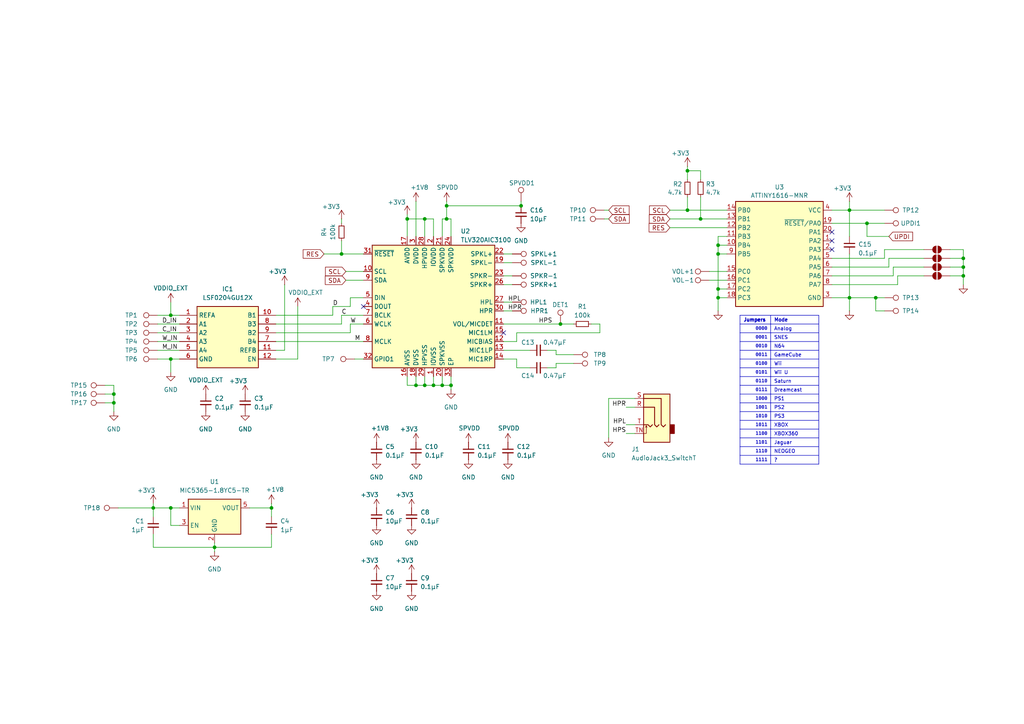
<source format=kicad_sch>
(kicad_sch (version 20240812) (generator "eeschema") (generator_version "8.99")
  (paper "A4")
  (lib_symbols
    (symbol "Audio:TLV320AIC3100"
      (property "Reference" "U1" (at 7.2741 22.86 0))
      (property "Value" "TLV320AIC3100" (at 7.2741 20.32 0))
      (symbol "TLV320AIC3100_0_1"
        (rectangle (start -17.78 17.78) (end 17.78 -17.78) (stroke (width 0.254)) (fill (type background)))
      )
      (symbol "TLV320AIC3100_1_1"
        (pin input line (at -20.32 15.24 0) (length 2.54) (name "~{RESET}") (number "31"))
        (pin input line (at -20.32 10.16 0) (length 2.54) (name "SCL") (number "10"))
        (pin bidirectional line (at -20.32 7.62 0) (length 2.54) (name "SDA") (number "9"))
        (pin input line (at -20.32 2.54 0) (length 2.54) (name "DIN") (number "5"))
        (pin output line (at -20.32 0 0) (length 2.54) (name "DOUT") (number "4"))
        (pin bidirectional line (at -20.32 -2.54 0) (length 2.54) (name "BCLK") (number "7"))
        (pin bidirectional line (at -20.32 -5.08 0) (length 2.54) (name "WCLK") (number "6"))
        (pin input line (at -20.32 -10.16 0) (length 2.54) (name "MCLK") (number "8"))
        (pin bidirectional line (at -20.32 -15.24 0) (length 2.54) (name "GPIO1") (number "32"))
        (pin power_in line (at -7.62 20.32 270) (length 2.54) (name "AVDD") (number "17"))
        (pin power_in line (at -7.62 -20.32 90) (length 2.54) (name "AVSS") (number "16"))
        (pin power_in line (at -5.08 20.32 270) (length 2.54) (name "DVDD") (number "3"))
        (pin power_in line (at -5.08 -20.32 90) (length 2.54) (name "DVSS") (number "18"))
        (pin power_in line (at -2.54 20.32 270) (length 2.54) (name "HPVDD") (number "28"))
        (pin power_in line (at -2.54 -20.32 90) (length 2.54) (name "HPVSS") (number "29"))
        (pin power_in line (at 0 20.32 270) (length 2.54) (name "IOVDD") (number "2"))
        (pin power_in line (at 0 -20.32 90) (length 2.54) (name "IOVSS") (number "1"))
        (pin power_in line (at 2.54 20.32 270) (length 2.54) (name "SPKVDD") (number "21"))
        (pin power_in line (at 2.54 -20.32 90) (length 2.54) (name "SPKVSS") (number "20"))
        (pin passive line (at 2.54 -20.32 90) (length 2.54) hide (name "SPKVSS") (number "25"))
        (pin power_in line (at 5.08 20.32 270) (length 2.54) (name "SPKVDD") (number "24"))
        (pin power_in line (at 5.08 -20.32 90) (length 2.54) (name "EP") (number "33"))
        (pin output line (at 20.32 15.24 180) (length 2.54) (name "SPKL+") (number "22"))
        (pin output line (at 20.32 12.7 180) (length 2.54) (name "SPKL-") (number "19"))
        (pin passive line (at 20.32 8.89 180) (length 2.54) (name "SPKR-") (number "23"))
        (pin passive line (at 20.32 6.35 180) (length 2.54) (name "SPKR+") (number "26"))
        (pin output line (at 20.32 1.27 180) (length 2.54) (name "HPL") (number "27"))
        (pin output line (at 20.32 -1.27 180) (length 2.54) (name "HPR") (number "30"))
        (pin input line (at 20.32 -5.08 180) (length 2.54) (name "VOL/MICDET") (number "11"))
        (pin input line (at 20.32 -7.62 180) (length 2.54) (name "MIC1LM") (number "15"))
        (pin power_out line (at 20.32 -10.16 180) (length 2.54) (name "MICBIAS") (number "12"))
        (pin input line (at 20.32 -12.7 180) (length 2.54) (name "MIC1LP") (number "13"))
        (pin input line (at 20.32 -15.24 180) (length 2.54) (name "MIC1RP") (number "14"))
      )
    )
    (symbol "Connector:TestPoint" (pin_numbers hide) (pin_names (offset 0.762) hide)
      (property "Reference" "TP" (at 0 6.858 0))
      (property "Value" "TestPoint" (at 0 5.08 0))
      (symbol "TestPoint_0_1"
        (circle (center 0 3.302) (radius 0.762))
      )
      (symbol "TestPoint_1_1"
        (pin passive line (at 0 0 90) (length 2.54) (name "1") (number "1"))
      )
    )
    (symbol "Connector_Audio:AudioJack3_SwitchT"
      (property "Reference" "J" (at 0 8.89 0))
      (property "Value" "AudioJack3_SwitchT" (at 0 6.35 0))
      (symbol "AudioJack3_SwitchT_0_1"
        (rectangle (start -5.08 -5.08) (end -6.35 -7.62) (stroke (width 0.254)) (fill (type outline)))
        (polyline (pts (xy -1.905 -5.08) (xy -1.27 -5.715) (xy -0.635 -5.08) (xy -0.635 0) (xy 2.54 0)) (stroke (width 0.254)))
        (polyline (pts (xy 0 -5.08) (xy 0.635 -5.715) (xy 1.27 -5.08) (xy 2.54 -5.08)) (stroke (width 0.254)))
        (polyline (pts (xy 1.778 -5.334) (xy 2.032 -5.842)))
        (rectangle (start 2.54 3.81) (end -5.08 -10.16) (stroke (width 0.254)) (fill (type background)))
        (polyline (pts (xy 2.54 2.54) (xy -2.54 2.54) (xy -2.54 -5.08) (xy -3.175 -5.715) (xy -3.81 -5.08)) (stroke (width 0.254)))
        (polyline (pts (xy 2.54 -7.62) (xy 1.778 -7.62) (xy 1.778 -5.334) (xy 1.524 -5.842)))
      )
      (symbol "AudioJack3_SwitchT_1_1"
        (pin passive line (at 5.08 2.54 180) (length 2.54) (name "~") (number "S"))
        (pin passive line (at 5.08 0 180) (length 2.54) (name "~") (number "R"))
        (pin passive line (at 5.08 -5.08 180) (length 2.54) (name "~") (number "T"))
        (pin passive line (at 5.08 -7.62 180) (length 2.54) (name "~") (number "TN"))
      )
    )
    (symbol "Device:C_Small" (pin_numbers hide) (pin_names (offset 0.254) hide)
      (property "Reference" "C" (at 0.254 1.778 0))
      (property "Value" "C_Small" (at 0.254 -2.032 0))
      (symbol "C_Small_0_1"
        (polyline (pts (xy -1.524 0.508) (xy 1.524 0.508)) (stroke (width 0.3048)))
        (polyline (pts (xy -1.524 -0.508) (xy 1.524 -0.508)) (stroke (width 0.3302)))
      )
      (symbol "C_Small_1_1"
        (pin passive line (at 0 2.54 270) (length 2.032) (name "~") (number "1"))
        (pin passive line (at 0 -2.54 90) (length 2.032) (name "~") (number "2"))
      )
    )
    (symbol "Device:R_Small" (pin_numbers hide) (pin_names (offset 0.254) hide)
      (property "Reference" "R" (at 0.762 0.508 0))
      (property "Value" "R_Small" (at 0.762 -1.016 0))
      (symbol "R_Small_0_1"
        (rectangle (start -0.762 1.778) (end 0.762 -1.778) (stroke (width 0.2032)))
      )
      (symbol "R_Small_1_1"
        (pin passive line (at 0 2.54 270) (length 0.762) (name "~") (number "1"))
        (pin passive line (at 0 -2.54 90) (length 0.762) (name "~") (number "2"))
      )
    )
    (symbol "Jumper:SolderJumper_2_Open" (pin_numbers hide) (pin_names (offset 0) hide) (exclude_from_sim yes) (in_bom no)
      (property "Reference" "JP" (at 0 2.032 0))
      (property "Value" "SolderJumper_2_Open" (at 0 -2.54 0))
      (symbol "SolderJumper_2_Open_0_1"
        (polyline (pts (xy -0.254 1.016) (xy -0.254 -1.016)))
        (arc (start -0.254 -1.016) (mid -1.2656 0) (end -0.254 1.016) (fill (type outline)))
        (arc (start -0.254 -1.016) (mid -1.2656 0) (end -0.254 1.016))
        (arc (start 0.254 1.016) (mid 1.2656 0) (end 0.254 -1.016) (fill (type outline)))
        (arc (start 0.254 1.016) (mid 1.2656 0) (end 0.254 -1.016))
        (polyline (pts (xy 0.254 1.016) (xy 0.254 -1.016)))
      )
      (symbol "SolderJumper_2_Open_1_1"
        (pin passive line (at -3.81 0 0) (length 2.54) (name "A") (number "1"))
        (pin passive line (at 3.81 0 180) (length 2.54) (name "B") (number "2"))
      )
    )
    (symbol "MCU_Microchip_ATtiny:ATtiny1616-M"
      (property "Reference" "U2" (at -12.7 11.43 0))
      (property "Value" "ATtiny1616-M" (at -1.27 11.43 0))
      (symbol "ATtiny1616-M_0_1"
        (rectangle (start -12.7 10.16) (end 12.7 -20.32) (stroke (width 0.254)) (fill (type background)))
      )
      (symbol "ATtiny1616-M_1_1"
        (pin bidirectional line (at -15.24 7.62 0) (length 2.54) (name "PB0") (number "14"))
        (pin bidirectional line (at -15.24 5.08 0) (length 2.54) (name "PB1") (number "13"))
        (pin bidirectional line (at -15.24 2.54 0) (length 2.54) (name "PB2") (number "12"))
        (pin bidirectional line (at -15.24 0 0) (length 2.54) (name "PB3") (number "11"))
        (pin bidirectional line (at -15.24 -2.54 0) (length 2.54) (name "PB4") (number "10"))
        (pin bidirectional line (at -15.24 -5.08 0) (length 2.54) (name "PB5") (number "9"))
        (pin bidirectional line (at -15.24 -10.16 0) (length 2.54) (name "PC0") (number "15"))
        (pin bidirectional line (at -15.24 -12.7 0) (length 2.54) (name "PC1") (number "16"))
        (pin bidirectional line (at -15.24 -15.24 0) (length 2.54) (name "PC2") (number "17"))
        (pin bidirectional line (at -15.24 -17.78 0) (length 2.54) (name "PC3") (number "18"))
        (pin power_in line (at 15.24 7.62 180) (length 2.54) (name "VCC") (number "4"))
        (pin bidirectional line (at 15.24 3.81 180) (length 2.54) (name "~{RESET}/PA0") (number "19"))
        (pin bidirectional line (at 15.24 1.27 180) (length 2.54) (name "PA1") (number "20"))
        (pin bidirectional line (at 15.24 -1.27 180) (length 2.54) (name "PA2") (number "1"))
        (pin bidirectional line (at 15.24 -3.81 180) (length 2.54) (name "PA3") (number "2"))
        (pin bidirectional line (at 15.24 -6.35 180) (length 2.54) (name "PA4") (number "5"))
        (pin bidirectional line (at 15.24 -8.89 180) (length 2.54) (name "PA5") (number "6"))
        (pin bidirectional line (at 15.24 -11.43 180) (length 2.54) (name "PA6") (number "7"))
        (pin bidirectional line (at 15.24 -13.97 180) (length 2.54) (name "PA7") (number "8"))
        (pin passive line (at 15.24 -17.78 180) (length 2.54) hide (name "GND") (number "21"))
        (pin power_in line (at 15.24 -17.78 180) (length 2.54) (name "GND") (number "3"))
      )
    )
    (symbol "Regulator_Linear:MIC5365-3.3YC5"
      (property "Reference" "U" (at -6.35 6.35 0))
      (property "Value" "MIC5365-3.3YC5" (at 0 6.35 0))
      (symbol "MIC5365-3.3YC5_0_1"
        (rectangle (start -7.62 -5.08) (end 7.62 5.08) (stroke (width 0.254)) (fill (type background)))
      )
      (symbol "MIC5365-3.3YC5_1_1"
        (pin power_in line (at -10.16 2.54 0) (length 2.54) (name "VIN") (number "1"))
        (pin input line (at -10.16 -2.54 0) (length 2.54) (name "EN") (number "3"))
        (pin power_in line (at 0 -7.62 90) (length 2.54) (name "GND") (number "2"))
        (pin no_connect line (at 7.62 -2.54 180) (length 2.54) hide (name "NC") (number "4"))
        (pin power_out line (at 10.16 2.54 180) (length 2.54) (name "VOUT") (number "5"))
      )
    )
    (symbol "SamacSys_Parts:LSF0204GU12X"
      (property "Reference" "IC1" (at 13.97 7.62 0))
      (property "Value" "LSF0204GU12X" (at 13.97 5.08 0))
      (symbol "LSF0204GU12X_1_1"
        (rectangle (start 5.08 2.54) (end 22.86 -15.24) (stroke (width 0.254)) (fill (type background)))
        (pin passive line (at 0 0 0) (length 5.08) (name "REFA") (number "1"))
        (pin passive line (at 0 -2.54 0) (length 5.08) (name "A1") (number "2"))
        (pin passive line (at 0 -5.08 0) (length 5.08) (name "A2") (number "3"))
        (pin passive line (at 0 -7.62 0) (length 5.08) (name "A3") (number "4"))
        (pin passive line (at 0 -10.16 0) (length 5.08) (name "A4") (number "5"))
        (pin passive line (at 0 -12.7 0) (length 5.08) (name "GND") (number "6"))
        (pin passive line (at 27.94 0 180) (length 5.08) (name "B1") (number "10"))
        (pin passive line (at 27.94 -2.54 180) (length 5.08) (name "B3") (number "8"))
        (pin passive line (at 27.94 -5.08 180) (length 5.08) (name "B2") (number "9"))
        (pin passive line (at 27.94 -7.62 180) (length 5.08) (name "B4") (number "7"))
        (pin passive line (at 27.94 -10.16 180) (length 5.08) (name "REFB") (number "11"))
        (pin passive line (at 27.94 -12.7 180) (length 5.08) (name "EN") (number "12"))
      )
    )
    (symbol "power:+1V8" (power) (pin_numbers hide) (pin_names (offset 0) hide)
      (property "Value" "+1V8" (at 0 3.556 0))
      (symbol "+1V8_0_1"
        (polyline (pts (xy -0.762 1.27) (xy 0 2.54)))
        (polyline (pts (xy 0 2.54) (xy 0.762 1.27)))
        (polyline (pts (xy 0 0) (xy 0 2.54)))
      )
      (symbol "+1V8_1_1"
        (pin power_in line (at 0 0 90) (length 0) (name "~") (number "1"))
      )
    )
    (symbol "power:+3V3" (power) (pin_numbers hide) (pin_names (offset 0) hide)
      (property "Value" "+3V3" (at 0 3.556 0))
      (symbol "+3V3_0_1"
        (polyline (pts (xy -0.762 1.27) (xy 0 2.54)))
        (polyline (pts (xy 0 2.54) (xy 0.762 1.27)))
        (polyline (pts (xy 0 0) (xy 0 2.54)))
      )
      (symbol "+3V3_1_1"
        (pin power_in line (at 0 0 90) (length 0) (name "~") (number "1"))
      )
    )
    (symbol "power:GND" (power) (pin_numbers hide) (pin_names (offset 0) hide)
      (property "Value" "GND" (at 0 -3.81 0))
      (symbol "GND_0_1"
        (polyline (pts (xy 0 0) (xy 0 -1.27) (xy 1.27 -1.27) (xy 0 -2.54) (xy -1.27 -1.27) (xy 0 -1.27)))
      )
      (symbol "GND_1_1"
        (pin power_in line (at 0 0 270) (length 0) (name "~") (number "1"))
      )
    )
  )
  (junction (at 123.19 63.5))
  (junction (at 78.74 147.32))
  (junction (at 123.19 111.76))
  (junction (at 279.4 77.47))
  (junction (at 129.54 63.5))
  (junction (at 33.02 114.3))
  (junction (at 279.4 80.01))
  (junction (at 44.45 147.32))
  (junction (at 49.53 147.32))
  (junction (at 208.28 83.82))
  (junction (at 208.28 86.36))
  (junction (at 118.11 63.5))
  (junction (at 246.38 86.36))
  (junction (at 208.28 71.12))
  (junction (at 151.13 59.69))
  (junction (at 49.53 91.44))
  (junction (at 199.39 60.96))
  (junction (at 279.4 74.93))
  (junction (at 128.27 111.76))
  (junction (at 62.23 158.75))
  (junction (at 203.2 63.5))
  (junction (at 49.53 104.14))
  (junction (at 162.56 93.98))
  (junction (at 129.54 59.69))
  (junction (at 251.46 64.77))
  (junction (at 120.65 111.76))
  (junction (at 125.73 111.76))
  (junction (at 208.28 73.66))
  (junction (at 130.81 111.76))
  (junction (at 254 86.36))
  (junction (at 199.39 49.53))
  (junction (at 33.02 116.84))
  (junction (at 246.38 60.96))
  (junction (at 99.06 73.66))
  (no_connect (at 146.05 96.52))
  (no_connect (at 105.41 88.9))
  (no_connect (at 241.3 69.85))
  (no_connect (at 241.3 72.39))
  (no_connect (at 241.3 67.31))
  (wire (pts (xy 34.29 147.32) (xy 44.45 147.32)))
  (wire (pts (xy 99.06 69.85) (xy 99.06 73.66)))
  (wire (pts (xy 118.11 109.22) (xy 118.11 111.76)))
  (wire (pts (xy 158.75 101.6) (xy 161.29 101.6)))
  (wire (pts (xy 158.75 106.68) (xy 161.29 106.68)))
  (wire (pts (xy 49.53 107.95) (xy 49.53 104.14)))
  (wire (pts (xy 254 90.17) (xy 256.54 90.17)))
  (wire (pts (xy 123.19 109.22) (xy 123.19 111.76)))
  (wire (pts (xy 129.54 59.69) (xy 151.13 59.69)))
  (wire (pts (xy 125.73 63.5) (xy 123.19 63.5)))
  (wire (pts (xy 129.54 59.69) (xy 129.54 63.5)))
  (wire (pts (xy 130.81 111.76) (xy 130.81 113.03)))
  (wire (pts (xy 80.01 101.6) (xy 82.55 101.6)))
  (wire (pts (xy 279.4 77.47) (xy 279.4 80.01)))
  (wire (pts (xy 208.28 73.66) (xy 208.28 83.82)))
  (wire (pts (xy 102.87 104.14) (xy 105.41 104.14)))
  (wire (pts (xy 120.65 58.42) (xy 120.65 68.58)))
  (wire (pts (xy 241.3 60.96) (xy 246.38 60.96)))
  (wire (pts (xy 49.53 147.32) (xy 49.53 152.4)))
  (wire (pts (xy 49.53 91.44) (xy 52.07 91.44)))
  (wire (pts (xy 149.86 104.14) (xy 149.86 106.68)))
  (wire (pts (xy 101.6 93.98) (xy 101.6 96.52)))
  (wire (pts (xy 279.4 72.39) (xy 279.4 74.93)))
  (wire (pts (xy 203.2 49.53) (xy 203.2 52.07)))
  (wire (pts (xy 246.38 86.36) (xy 254 86.36)))
  (wire (pts (xy 80.01 104.14) (xy 86.36 104.14)))
  (wire (pts (xy 149.86 96.52) (xy 149.86 99.06)))
  (wire (pts (xy 173.99 96.52) (xy 173.99 93.98)))
  (wire (pts (xy 208.28 86.36) (xy 208.28 90.17)))
  (wire (pts (xy 173.99 93.98) (xy 171.45 93.98)))
  (wire (pts (xy 33.02 116.84) (xy 33.02 114.3)))
  (wire (pts (xy 118.11 111.76) (xy 120.65 111.76)))
  (wire (pts (xy 33.02 114.3) (xy 33.02 111.76)))
  (wire (pts (xy 30.48 116.84) (xy 33.02 116.84)))
  (wire (pts (xy 45.72 104.14) (xy 49.53 104.14)))
  (wire (pts (xy 267.97 80.01) (xy 260.35 80.01)))
  (wire (pts (xy 181.61 118.11) (xy 184.15 118.11)))
  (wire (pts (xy 246.38 73.66) (xy 246.38 86.36)))
  (wire (pts (xy 33.02 119.38) (xy 33.02 116.84)))
  (wire (pts (xy 125.73 68.58) (xy 125.73 63.5)))
  (wire (pts (xy 181.61 125.73) (xy 184.15 125.73)))
  (wire (pts (xy 208.28 86.36) (xy 210.82 86.36)))
  (wire (pts (xy 208.28 71.12) (xy 210.82 71.12)))
  (wire (pts (xy 199.39 57.15) (xy 199.39 60.96)))
  (wire (pts (xy 210.82 83.82) (xy 208.28 83.82)))
  (wire (pts (xy 199.39 48.26) (xy 199.39 49.53)))
  (wire (pts (xy 120.65 111.76) (xy 123.19 111.76)))
  (wire (pts (xy 125.73 109.22) (xy 125.73 111.76)))
  (wire (pts (xy 49.53 104.14) (xy 52.07 104.14)))
  (wire (pts (xy 256.54 74.93) (xy 256.54 72.39)))
  (wire (pts (xy 78.74 147.32) (xy 78.74 149.86)))
  (wire (pts (xy 44.45 158.75) (xy 62.23 158.75)))
  (wire (pts (xy 208.28 73.66) (xy 210.82 73.66)))
  (wire (pts (xy 62.23 158.75) (xy 62.23 160.02)))
  (wire (pts (xy 146.05 93.98) (xy 162.56 93.98)))
  (wire (pts (xy 203.2 63.5) (xy 210.82 63.5)))
  (wire (pts (xy 208.28 83.82) (xy 208.28 86.36)))
  (wire (pts (xy 99.06 91.44) (xy 99.06 93.98)))
  (wire (pts (xy 44.45 154.94) (xy 44.45 158.75)))
  (wire (pts (xy 78.74 158.75) (xy 62.23 158.75)))
  (wire (pts (xy 146.05 104.14) (xy 149.86 104.14)))
  (wire (pts (xy 162.56 93.98) (xy 166.37 93.98)))
  (wire (pts (xy 148.59 90.17) (xy 146.05 90.17)))
  (wire (pts (xy 99.06 93.98) (xy 80.01 93.98)))
  (wire (pts (xy 194.31 66.04) (xy 210.82 66.04)))
  (wire (pts (xy 78.74 154.94) (xy 78.74 158.75)))
  (wire (pts (xy 99.06 63.5) (xy 99.06 64.77)))
  (wire (pts (xy 161.29 105.41) (xy 166.37 105.41)))
  (wire (pts (xy 279.4 74.93) (xy 275.59 74.93)))
  (wire (pts (xy 279.4 72.39) (xy 275.59 72.39)))
  (wire (pts (xy 78.74 146.05) (xy 78.74 147.32)))
  (wire (pts (xy 45.72 99.06) (xy 52.07 99.06)))
  (wire (pts (xy 100.33 81.28) (xy 105.41 81.28)))
  (wire (pts (xy 148.59 73.66) (xy 146.05 73.66)))
  (wire (pts (xy 99.06 73.66) (xy 105.41 73.66)))
  (wire (pts (xy 148.59 80.01) (xy 146.05 80.01)))
  (wire (pts (xy 62.23 158.75) (xy 62.23 157.48)))
  (wire (pts (xy 44.45 147.32) (xy 49.53 147.32)))
  (wire (pts (xy 251.46 64.77) (xy 256.54 64.77)))
  (wire (pts (xy 148.59 82.55) (xy 146.05 82.55)))
  (wire (pts (xy 257.81 74.93) (xy 257.81 77.47)))
  (wire (pts (xy 241.3 77.47) (xy 257.81 77.47)))
  (wire (pts (xy 130.81 63.5) (xy 129.54 63.5)))
  (wire (pts (xy 101.6 96.52) (xy 80.01 96.52)))
  (wire (pts (xy 161.29 106.68) (xy 161.29 105.41)))
  (wire (pts (xy 82.55 82.55) (xy 82.55 101.6)))
  (wire (pts (xy 210.82 68.58) (xy 208.28 68.58)))
  (wire (pts (xy 259.08 80.01) (xy 259.08 77.47)))
  (wire (pts (xy 44.45 146.05) (xy 44.45 147.32)))
  (wire (pts (xy 208.28 68.58) (xy 208.28 71.12)))
  (wire (pts (xy 146.05 101.6) (xy 153.67 101.6)))
  (wire (pts (xy 246.38 60.96) (xy 246.38 58.42)))
  (wire (pts (xy 279.4 80.01) (xy 279.4 82.55)))
  (wire (pts (xy 205.74 81.28) (xy 210.82 81.28)))
  (wire (pts (xy 161.29 101.6) (xy 161.29 102.87)))
  (wire (pts (xy 129.54 58.42) (xy 129.54 59.69)))
  (wire (pts (xy 45.72 93.98) (xy 52.07 93.98)))
  (wire (pts (xy 96.52 88.9) (xy 101.6 88.9)))
  (wire (pts (xy 45.72 101.6) (xy 52.07 101.6)))
  (wire (pts (xy 267.97 74.93) (xy 257.81 74.93)))
  (wire (pts (xy 246.38 86.36) (xy 246.38 90.17)))
  (wire (pts (xy 148.59 87.63) (xy 146.05 87.63)))
  (wire (pts (xy 279.4 74.93) (xy 279.4 77.47)))
  (wire (pts (xy 279.4 80.01) (xy 275.59 80.01)))
  (wire (pts (xy 257.81 68.58) (xy 251.46 68.58)))
  (wire (pts (xy 130.81 63.5) (xy 130.81 68.58)))
  (wire (pts (xy 80.01 99.06) (xy 105.41 99.06)))
  (wire (pts (xy 130.81 111.76) (xy 130.81 109.22)))
  (wire (pts (xy 101.6 88.9) (xy 101.6 86.36)))
  (wire (pts (xy 149.86 96.52) (xy 173.99 96.52)))
  (wire (pts (xy 72.39 147.32) (xy 78.74 147.32)))
  (wire (pts (xy 52.07 152.4) (xy 49.53 152.4)))
  (wire (pts (xy 208.28 71.12) (xy 208.28 73.66)))
  (wire (pts (xy 161.29 102.87) (xy 166.37 102.87)))
  (wire (pts (xy 176.53 127) (xy 176.53 115.57)))
  (wire (pts (xy 256.54 60.96) (xy 246.38 60.96)))
  (wire (pts (xy 175.26 63.5) (xy 176.53 63.5)))
  (wire (pts (xy 151.13 58.42) (xy 151.13 59.69)))
  (wire (pts (xy 123.19 111.76) (xy 125.73 111.76)))
  (wire (pts (xy 246.38 60.96) (xy 246.38 68.58)))
  (wire (pts (xy 86.36 88.9) (xy 86.36 104.14)))
  (wire (pts (xy 205.74 78.74) (xy 210.82 78.74)))
  (wire (pts (xy 203.2 57.15) (xy 203.2 63.5)))
  (wire (pts (xy 279.4 77.47) (xy 275.59 77.47)))
  (wire (pts (xy 128.27 109.22) (xy 128.27 111.76)))
  (wire (pts (xy 149.86 106.68) (xy 153.67 106.68)))
  (wire (pts (xy 123.19 63.5) (xy 118.11 63.5)))
  (wire (pts (xy 260.35 80.01) (xy 260.35 82.55)))
  (wire (pts (xy 45.72 96.52) (xy 52.07 96.52)))
  (wire (pts (xy 148.59 76.2) (xy 146.05 76.2)))
  (wire (pts (xy 125.73 111.76) (xy 128.27 111.76)))
  (wire (pts (xy 105.41 91.44) (xy 99.06 91.44)))
  (wire (pts (xy 199.39 52.07) (xy 199.39 49.53)))
  (wire (pts (xy 30.48 114.3) (xy 33.02 114.3)))
  (wire (pts (xy 259.08 77.47) (xy 267.97 77.47)))
  (wire (pts (xy 129.54 63.5) (xy 128.27 63.5)))
  (wire (pts (xy 100.33 78.74) (xy 105.41 78.74)))
  (wire (pts (xy 241.3 74.93) (xy 256.54 74.93)))
  (wire (pts (xy 118.11 62.23) (xy 118.11 63.5)))
  (wire (pts (xy 120.65 109.22) (xy 120.65 111.76)))
  (wire (pts (xy 256.54 72.39) (xy 267.97 72.39)))
  (wire (pts (xy 199.39 60.96) (xy 210.82 60.96)))
  (wire (pts (xy 175.26 60.96) (xy 176.53 60.96)))
  (wire (pts (xy 128.27 111.76) (xy 130.81 111.76)))
  (wire (pts (xy 260.35 82.55) (xy 241.3 82.55)))
  (wire (pts (xy 44.45 147.32) (xy 44.45 149.86)))
  (wire (pts (xy 146.05 99.06) (xy 149.86 99.06)))
  (wire (pts (xy 176.53 115.57) (xy 184.15 115.57)))
  (wire (pts (xy 251.46 68.58) (xy 251.46 64.77)))
  (wire (pts (xy 254 90.17) (xy 254 86.36)))
  (wire (pts (xy 194.31 60.96) (xy 199.39 60.96)))
  (wire (pts (xy 241.3 64.77) (xy 251.46 64.77)))
  (wire (pts (xy 241.3 86.36) (xy 246.38 86.36)))
  (wire (pts (xy 33.02 111.76) (xy 30.48 111.76)))
  (wire (pts (xy 194.31 63.5) (xy 203.2 63.5)))
  (wire (pts (xy 49.53 147.32) (xy 52.07 147.32)))
  (wire (pts (xy 199.39 49.53) (xy 203.2 49.53)))
  (wire (pts (xy 101.6 86.36) (xy 105.41 86.36)))
  (wire (pts (xy 241.3 80.01) (xy 259.08 80.01)))
  (wire (pts (xy 256.54 86.36) (xy 254 86.36)))
  (wire (pts (xy 93.98 73.66) (xy 99.06 73.66)))
  (wire (pts (xy 128.27 63.5) (xy 128.27 68.58)))
  (wire (pts (xy 49.53 87.63) (xy 49.53 91.44)))
  (wire (pts (xy 123.19 63.5) (xy 123.19 68.58)))
  (wire (pts (xy 96.52 91.44) (xy 96.52 88.9)))
  (wire (pts (xy 118.11 63.5) (xy 118.11 68.58)))
  (wire (pts (xy 96.52 91.44) (xy 80.01 91.44)))
  (wire (pts (xy 45.72 91.44) (xy 49.53 91.44)))
  (wire (pts (xy 105.41 93.98) (xy 101.6 93.98)))
  (wire (pts (xy 181.61 123.19) (xy 184.15 123.19)))
  (table (column_count 2) (border (external yes) (header yes)) (separators (rows yes) (cols yes)) (column_widths 8.89 13.97) (row_heights 2.54 2.54 2.54 2.54 2.54 2.54 2.54 2.54 2.54 2.54 2.54 2.54 2.54 2.54 2.54 2.54 2.54) (cells (table_cell "Jumpers" (at 214.63 91.44 0) (size 8.89 2.54) (margins 0.9525 0.9525 0.9525 0.9525) (span 1 1)) (table_cell "Mode" (at 223.52 91.44 0) (size 13.97 2.54) (margins 0.9525 0.9525 0.9525 0.9525) (span 1 1)) (table_cell "0000" (at 214.63 93.98 0) (size 8.89 2.54) (margins 0.9525 0.9525 0.9525 0.9525) (span 1 1)) (table_cell "Analog" (at 223.52 93.98 0) (size 13.97 2.54) (margins 0.9525 0.9525 0.9525 0.9525) (span 1 1)) (table_cell "0001" (at 214.63 96.52 0) (size 8.89 2.54) (margins 0.9525 0.9525 0.9525 0.9525) (span 1 1)) (table_cell "SNES" (at 223.52 96.52 0) (size 13.97 2.54) (margins 0.9525 0.9525 0.9525 0.9525) (span 1 1)) (table_cell "0010" (at 214.63 99.06 0) (size 8.89 2.54) (margins 0.9525 0.9525 0.9525 0.9525) (span 1 1)) (table_cell "N64" (at 223.52 99.06 0) (size 13.97 2.54) (margins 0.9525 0.9525 0.9525 0.9525) (span 1 1)) (table_cell "0011" (at 214.63 101.6 0) (size 8.89 2.54) (margins 0.9525 0.9525 0.9525 0.9525) (span 1 1)) (table_cell "GameCube" (at 223.52 101.6 0) (size 13.97 2.54) (margins 0.9525 0.9525 0.9525 0.9525) (span 1 1)) (table_cell "0100" (at 214.63 104.14 0) (size 8.89 2.54) (margins 0.9525 0.9525 0.9525 0.9525) (span 1 1)) (table_cell "Wii" (at 223.52 104.14 0) (size 13.97 2.54) (margins 0.9525 0.9525 0.9525 0.9525) (span 1 1)) (table_cell "0101" (at 214.63 106.68 0) (size 8.89 2.54) (margins 0.9525 0.9525 0.9525 0.9525) (span 1 1)) (table_cell "Wii U" (at 223.52 106.68 0) (size 13.97 2.54) (margins 0.9525 0.9525 0.9525 0.9525) (span 1 1)) (table_cell "0110" (at 214.63 109.22 0) (size 8.89 2.54) (margins 0.9525 0.9525 0.9525 0.9525) (span 1 1)) (table_cell "Saturn" (at 223.52 109.22 0) (size 13.97 2.54) (margins 0.9525 0.9525 0.9525 0.9525) (span 1 1)) (table_cell "0111" (at 214.63 111.76 0) (size 8.89 2.54) (margins 0.9525 0.9525 0.9525 0.9525) (span 1 1)) (table_cell "Dreamcast" (at 223.52 111.76 0) (size 13.97 2.54) (margins 0.9525 0.9525 0.9525 0.9525) (span 1 1)) (table_cell "1000" (at 214.63 114.3 0) (size 8.89 2.54) (margins 0.9525 0.9525 0.9525 0.9525) (span 1 1)) (table_cell "PS1" (at 223.52 114.3 0) (size 13.97 2.54) (margins 0.9525 0.9525 0.9525 0.9525) (span 1 1)) (table_cell "1001" (at 214.63 116.84 0) (size 8.89 2.54) (margins 0.9525 0.9525 0.9525 0.9525) (span 1 1)) (table_cell "PS2" (at 223.52 116.84 0) (size 13.97 2.54) (margins 0.9525 0.9525 0.9525 0.9525) (span 1 1)) (table_cell "1010" (at 214.63 119.38 0) (size 8.89 2.54) (margins 0.9525 0.9525 0.9525 0.9525) (span 1 1)) (table_cell "PS3" (at 223.52 119.38 0) (size 13.97 2.54) (margins 0.9525 0.9525 0.9525 0.9525) (span 1 1)) (table_cell "1011" (at 214.63 121.92 0) (size 8.89 2.54) (margins 0.9525 0.9525 0.9525 0.9525) (span 1 1)) (table_cell "XBOX" (at 223.52 121.92 0) (size 13.97 2.54) (margins 0.9525 0.9525 0.9525 0.9525) (span 1 1)) (table_cell "1100" (at 214.63 124.46 0) (size 8.89 2.54) (margins 0.9525 0.9525 0.9525 0.9525) (span 1 1)) (table_cell "XBOX360" (at 223.52 124.46 0) (size 13.97 2.54) (margins 0.9525 0.9525 0.9525 0.9525) (span 1 1)) (table_cell "1101" (at 214.63 127 0) (size 8.89 2.54) (margins 0.9525 0.9525 0.9525 0.9525) (span 1 1)) (table_cell "Jaguar" (at 223.52 127 0) (size 13.97 2.54) (margins 0.9525 0.9525 0.9525 0.9525) (span 1 1)) (table_cell "1110" (at 214.63 129.54 0) (size 8.89 2.54) (margins 0.9525 0.9525 0.9525 0.9525) (span 1 1)) (table_cell "NEOGEO" (at 223.52 129.54 0) (size 13.97 2.54) (margins 0.9525 0.9525 0.9525 0.9525) (span 1 1)) (table_cell "1111" (at 214.63 132.08 0) (size 8.89 2.54) (margins 0.9525 0.9525 0.9525 0.9525) (span 1 1)) (table_cell "?" (at 223.52 132.08 0) (size 13.97 2.54) (margins 0.9525 0.9525 0.9525 0.9525) (span 1 1))))
  (label "HPR" (at 147.32 90.17 0))
  (label "HPL" (at 181.61 123.19 180))
  (label "HPR" (at 181.61 118.11 180))
  (label "M" (at 102.87 99.06 0))
  (label "D" (at 96.52 88.9 0))
  (label "W_IN" (at 46.99 99.06 0))
  (label "W" (at 101.6 93.98 0))
  (label "C" (at 99.06 91.44 0))
  (label "HPS" (at 181.61 125.73 180))
  (label "M_IN" (at 46.99 101.6 0))
  (label "D_IN" (at 46.99 93.98 0))
  (label "HPS" (at 156.21 93.98 0))
  (label "C_IN" (at 46.99 96.52 0))
  (label "HPL" (at 147.32 87.63 0))
  (global_label "SCL" (shape input) (at 100.33 78.74 180) (property "Intersheetrefs" "${INTERSHEET_REFS}" (effects (hide yes))))
  (global_label "SDA" (shape input) (at 176.53 63.5 0) (property "Intersheetrefs" "${INTERSHEET_REFS}" (effects (hide yes))))
  (global_label "SCL" (shape input) (at 176.53 60.96 0) (property "Intersheetrefs" "${INTERSHEET_REFS}" (effects (hide yes))))
  (global_label "UPDI" (shape input) (at 257.81 68.58 0) (property "Intersheetrefs" "${INTERSHEET_REFS}" (effects (hide yes))))
  (global_label "RES" (shape input) (at 194.31 66.04 180) (property "Intersheetrefs" "${INTERSHEET_REFS}" (effects (hide yes))))
  (global_label "RES" (shape input) (at 93.98 73.66 180) (property "Intersheetrefs" "${INTERSHEET_REFS}" (effects (hide yes))))
  (global_label "SDA" (shape input) (at 100.33 81.28 180) (property "Intersheetrefs" "${INTERSHEET_REFS}" (effects (hide yes))))
  (global_label "SCL" (shape input) (at 194.31 60.96 180) (property "Intersheetrefs" "${INTERSHEET_REFS}" (effects (hide yes))))
  (global_label "SDA" (shape input) (at 194.31 63.5 180) (property "Intersheetrefs" "${INTERSHEET_REFS}" (effects (hide yes))))
  (symbol (lib_id "Connector:TestPoint") (at 30.48 114.3 90) (unit 1)
    (property "Reference" "TP16" (at 22.86 114.3 90))
    (property "Footprint" "SamacSys_Parts:pth_pad" (effects (hide yes)))
  )
  (symbol (lib_id "Connector:TestPoint") (at 45.72 96.52 90) (unit 1)
    (property "Reference" "TP3" (at 38.1 96.52 90))
    (property "Footprint" "SamacSys_Parts:pth_pad" (effects (hide yes)))
  )
  (symbol (lib_id "power:GND") (at 109.22 152.4 0) (unit 1)
    (property "Reference" "#PWR015" (effects (hide yes)))
    (property "Value" "GND" (at 109.22 157.48 0))
    (property "Description" "Power symbol creates a global label with name \"GND\" , ground" (effects (hide yes)))
  )
  (symbol (lib_id "Connector:TestPoint") (at 166.37 102.87 270) (unit 1)
    (property "Reference" "TP8" (at 173.99 102.87 90))
    (property "Footprint" "SamacSys_Parts:pth_pad" (effects (hide yes)))
  )
  (symbol (lib_id "Device:C_Small") (at 119.38 149.86 0) (mirror y) (unit 1)
    (property "Reference" "C8" (at 121.92 148.5962 0) (effects (justify right)))
    (property "Value" "0.1µF" (at 121.92 151.1362 0) (effects (justify right)))
    (property "Footprint" "Capacitor_SMD:C_0402_1005Metric" (effects (hide yes)))
    (property "Description" "Unpolarized capacitor, small symbol" (effects (hide yes)))
  )
  (symbol (lib_id "power:+3V3") (at 82.55 82.55 0) (unit 1)
    (property "Reference" "#PWR010" (effects (hide yes)))
    (property "Value" "+3V3" (at 80.518 78.74 0))
    (property "Description" "Power symbol creates a global label with name \"+3V3\"" (effects (hide yes)))
  )
  (symbol (lib_id "power:+1V8") (at 109.22 128.27 0) (unit 1)
    (property "Reference" "#PWR012" (effects (hide yes)))
    (property "Value" "+1V8" (at 110.236 124.206 0))
    (property "Description" "Power symbol creates a global label with name \"+1V8\"" (effects (hide yes)))
  )
  (symbol (lib_id "Device:R_Small") (at 203.2 54.61 0) (unit 1)
    (property "Reference" "R3" (at 204.6986 53.3978 0) (effects (justify left)))
    (property "Value" "4.7k" (at 204.6986 55.8221 0) (effects (justify left)))
    (property "Footprint" "Resistor_SMD:R_0402_1005Metric" (effects (hide yes)))
    (property "Description" "Resistor, small symbol" (effects (hide yes)))
  )
  (symbol (lib_id "Connector:TestPoint") (at 148.59 90.17 270) (unit 1)
    (property "Reference" "HPR1" (at 156.464 90.17 90))
    (property "Footprint" "SamacSys_Parts:pth_pad" (effects (hide yes)))
  )
  (symbol (lib_id "power:+3V3") (at 99.06 63.5 0) (unit 1)
    (property "Reference" "#PWR039" (effects (hide yes)))
    (property "Value" "+3V3" (at 96.012 59.944 0))
    (property "Description" "Power symbol creates a global label with name \"+3V3\"" (effects (hide yes)))
  )
  (symbol (lib_id "power:GND") (at 62.23 160.02 0) (unit 1)
    (property "Reference" "#PWR06" (effects (hide yes)))
    (property "Value" "GND" (at 62.23 165.1 0))
    (property "Description" "Power symbol creates a global label with name \"GND\" , ground" (effects (hide yes)))
  )
  (symbol (lib_id "Audio:TLV320AIC3100") (at 125.73 88.9 0) (unit 1)
    (property "Reference" "U2" (at 133.604 67.056 0) (effects (justify left)))
    (property "Value" "TLV320AIC3100" (at 133.604 69.596 0) (effects (justify left)))
    (property "Footprint" "Package_DFN_QFN:VQFN-32-1EP_5x5mm_P0.5mm_EP3.5x3.5mm" (effects (hide yes)))
    (property "Datasheet" "http://www.ti.com/lit/ds/symlink/tlv320aic3100.pdf" (effects (hide yes)))
    (property "Description" "Low Power Audio Codec with Audio Processing and Mono Class‑D Amplifier, VQFN-32" (effects (hide yes)))
  )
  (symbol (lib_id "Connector:TestPoint") (at 148.59 73.66 270) (unit 1)
    (property "Reference" "SPKL+1" (at 157.734 73.66 90))
    (property "Footprint" "SamacSys_Parts:pth_pad" (effects (hide yes)))
  )
  (symbol (lib_id "Connector:TestPoint") (at 45.72 101.6 90) (unit 1)
    (property "Reference" "TP5" (at 38.1 101.6 90))
    (property "Footprint" "SamacSys_Parts:pth_pad" (effects (hide yes)))
  )
  (symbol (lib_id "Connector:TestPoint") (at 256.54 90.17 270) (unit 1)
    (property "Reference" "TP14" (at 264.16 90.17 90))
    (property "Value" "GND" (effects (hide yes)))
    (property "Footprint" "TestPoint:TestPoint_Pad_D1.0mm" (effects (hide yes)))
  )
  (symbol (lib_id "power:+1V8") (at 78.74 146.05 0) (unit 1)
    (property "Reference" "#PWR09" (effects (hide yes)))
    (property "Value" "+1V8" (at 79.756 141.986 0))
    (property "Description" "Power symbol creates a global label with name \"+1V8\"" (effects (hide yes)))
  )
  (symbol (lib_id "Jumper:SolderJumper_2_Open") (at 271.78 74.93 0) (mirror y) (unit 1)
    (property "Reference" "JP2" (effects (hide yes)))
    (property "Value" "SolderJumper_2_Open" (effects (hide yes)))
    (property "Footprint" "SamacSys_Parts:small_solder_jumper" (effects (hide yes)))
    (property "Description" "Solder Jumper, 2-pole, open" (effects (hide yes)))
  )
  (symbol (lib_id "power:GND") (at 119.38 152.4 0) (unit 1)
    (property "Reference" "#PWR020" (effects (hide yes)))
    (property "Value" "GND" (at 119.38 157.48 0))
    (property "Description" "Power symbol creates a global label with name \"GND\" , ground" (effects (hide yes)))
  )
  (symbol (lib_id "Device:C_Small") (at 120.65 130.81 0) (mirror y) (unit 1)
    (property "Reference" "C10" (at 123.19 129.5462 0) (effects (justify right)))
    (property "Value" "0.1µF" (at 123.19 132.0862 0) (effects (justify right)))
    (property "Footprint" "Capacitor_SMD:C_0402_1005Metric" (effects (hide yes)))
    (property "Description" "Unpolarized capacitor, small symbol" (effects (hide yes)))
  )
  (symbol (lib_id "Connector:TestPoint") (at 162.56 93.98 0) (unit 1)
    (property "Reference" "DET1" (at 162.56 88.392 0))
    (property "Footprint" "SamacSys_Parts:pth_pad" (effects (hide yes)))
  )
  (symbol (lib_id "Device:C_Small") (at 119.38 168.91 0) (mirror y) (unit 1)
    (property "Reference" "C9" (at 121.92 167.6462 0) (effects (justify right)))
    (property "Value" "0.1µF" (at 121.92 170.1862 0) (effects (justify right)))
    (property "Footprint" "Capacitor_SMD:C_0402_1005Metric" (effects (hide yes)))
    (property "Description" "Unpolarized capacitor, small symbol" (effects (hide yes)))
  )
  (symbol (lib_id "Connector:TestPoint") (at 148.59 82.55 270) (unit 1)
    (property "Reference" "SPKR+1" (at 157.734 82.55 90))
    (property "Footprint" "SamacSys_Parts:pth_pad" (effects (hide yes)))
  )
  (symbol (lib_id "power:GND") (at 71.12 119.38 0) (unit 1)
    (property "Reference" "#PWR08" (effects (hide yes)))
    (property "Value" "GND" (at 71.12 124.46 0))
    (property "Description" "Power symbol creates a global label with name \"GND\" , ground" (effects (hide yes)))
  )
  (symbol (lib_id "Connector:TestPoint") (at 256.54 60.96 270) (unit 1)
    (property "Reference" "TP12" (at 264.16 60.96 90))
    (property "Value" "V+" (effects (hide yes)))
    (property "Footprint" "TestPoint:TestPoint_Pad_D1.0mm" (effects (hide yes)))
  )
  (symbol (lib_id "power:+3V3") (at 71.12 114.3 0) (unit 1)
    (property "Reference" "#PWR07" (effects (hide yes)))
    (property "Value" "+3V3" (at 69.088 110.49 0))
    (property "Description" "Power symbol creates a global label with name \"+3V3\"" (effects (hide yes)))
  )
  (symbol (lib_id "power:+3V3") (at 86.36 88.9 0) (unit 1)
    (property "Reference" "#PWR011" (effects (hide yes)))
    (property "Value" "VDDIO_EXT" (at 88.646 84.836 0))
    (property "Description" "Power symbol creates a global label with name \"+3V3\"" (effects (hide yes)))
  )
  (symbol (lib_id "power:+3V3") (at 109.22 166.37 0) (unit 1)
    (property "Reference" "#PWR037" (effects (hide yes)))
    (property "Value" "+3V3" (at 107.188 162.56 0))
    (property "Description" "Power symbol creates a global label with name \"+3V3\"" (effects (hide yes)))
  )
  (symbol (lib_id "power:+3V3") (at 59.69 114.3 0) (unit 1)
    (property "Reference" "#PWR04" (effects (hide yes)))
    (property "Value" "VDDIO_EXT" (at 59.69 110.236 0))
    (property "Description" "Power symbol creates a global label with name \"+3V3\"" (effects (hide yes)))
  )
  (symbol (lib_id "Connector:TestPoint") (at 148.59 87.63 270) (unit 1)
    (property "Reference" "HPL1" (at 156.21 87.63 90))
    (property "Footprint" "SamacSys_Parts:pth_pad" (effects (hide yes)))
  )
  (symbol (lib_id "Connector:TestPoint") (at 205.74 81.28 90) (mirror x) (unit 1)
    (property "Reference" "VOL-1" (at 198.12 81.28 90))
    (property "Footprint" "SamacSys_Parts:pth_pad" (effects (hide yes)))
  )
  (symbol (lib_id "power:+3V3") (at 199.39 48.26 0) (unit 1)
    (property "Reference" "#PWR033" (effects (hide yes)))
    (property "Value" "+3V3" (at 197.358 44.45 0))
    (property "Description" "Power symbol creates a global label with name \"+3V3\"" (effects (hide yes)))
  )
  (symbol (lib_id "Device:C_Small") (at 151.13 62.23 0) (unit 1)
    (property "Reference" "C16" (at 153.67 60.9662 0) (effects (justify left)))
    (property "Value" "10µF" (at 153.67 63.5062 0) (effects (justify left)))
    (property "Footprint" "Capacitor_SMD:C_0603_1608Metric" (effects (hide yes)))
    (property "Description" "Unpolarized capacitor, small symbol" (effects (hide yes)))
  )
  (symbol (lib_id "Connector:TestPoint") (at 166.37 105.41 270) (unit 1)
    (property "Reference" "TP9" (at 173.99 105.41 90))
    (property "Footprint" "SamacSys_Parts:pth_pad" (effects (hide yes)))
  )
  (symbol (lib_id "Connector:TestPoint") (at 148.59 76.2 270) (unit 1)
    (property "Reference" "SPKL-1" (at 157.734 76.2 90))
    (property "Footprint" "SamacSys_Parts:pth_pad" (effects (hide yes)))
  )
  (symbol (lib_id "Regulator_Linear:MIC5365-3.3YC5") (at 62.23 149.86 0) (unit 1)
    (property "Reference" "U1" (at 62.23 139.7 0))
    (property "Value" "MIC5365-1.8YC5-TR" (at 62.23 142.24 0))
    (property "Footprint" "Package_TO_SOT_SMD:SOT-353_SC-70-5" (effects (hide yes)))
    (property "Datasheet" "http://ww1.microchip.com/downloads/en/DeviceDoc/mic5365.pdf" (effects (hide yes)))
    (property "Description" "150mA Low-dropout Voltage Regulator, Vout 3.3V, Vin up to 5.5V, SC-70-5" (effects (hide yes)))
  )
  (symbol (lib_id "power:+3V3") (at 119.38 166.37 0) (unit 1)
    (property "Reference" "#PWR021" (effects (hide yes)))
    (property "Value" "+3V3" (at 117.348 162.56 0))
    (property "Description" "Power symbol creates a global label with name \"+3V3\"" (effects (hide yes)))
  )
  (symbol (lib_id "Connector_Audio:AudioJack3_SwitchT") (at 189.23 118.11 0) (mirror y) (unit 1)
    (property "Reference" "J1" (at 183.134 130.302 0) (effects (justify right)))
    (property "Value" "AudioJack3_SwitchT" (at 183.134 132.842 0) (effects (justify right)))
    (property "Footprint" "Connector_Audio:Jack_3.5mm_CUI_SJ-3524-SMT_Horizontal" (effects (hide yes)))
    (property "Description" "Audio Jack, 3 Poles (Stereo / TRS), Switched T Pole (Normalling)" (effects (hide yes)))
  )
  (symbol (lib_id "Device:R_Small") (at 168.91 93.98 90) (mirror x) (unit 1)
    (property "Reference" "R1" (at 168.91 88.9 90))
    (property "Value" "100k" (at 168.91 91.44 90))
    (property "Footprint" "Resistor_SMD:R_0402_1005Metric" (effects (hide yes)))
    (property "Description" "Resistor, small symbol" (effects (hide yes)))
  )
  (symbol (lib_id "Connector:TestPoint") (at 30.48 116.84 90) (unit 1)
    (property "Reference" "TP17" (at 22.86 116.84 90))
    (property "Footprint" "SamacSys_Parts:pth_pad" (effects (hide yes)))
  )
  (symbol (lib_id "power:+1V8") (at 120.65 58.42 0) (unit 1)
    (property "Reference" "#PWR023" (effects (hide yes)))
    (property "Value" "+1V8" (at 121.666 54.356 0))
    (property "Description" "Power symbol creates a global label with name \"+1V8\"" (effects (hide yes)))
  )
  (symbol (lib_id "Device:C_Small") (at 156.21 101.6 90) (mirror x) (unit 1)
    (property "Reference" "C13" (at 151.13 99.314 90) (effects (justify right)))
    (property "Value" "0.47µF" (at 157.48 99.314 90) (effects (justify right)))
    (property "Footprint" "Capacitor_SMD:C_0402_1005Metric" (effects (hide yes)))
    (property "Description" "Unpolarized capacitor, small symbol" (effects (hide yes)))
  )
  (symbol (lib_id "MCU_Microchip_ATtiny:ATtiny1616-M") (at 226.06 68.58 0) (unit 1)
    (property "Reference" "U3" (at 226.06 54.2755 0))
    (property "Value" "ATTINY1616-MNR" (at 226.06 56.6998 0))
    (property "Footprint" "Package_DFN_QFN:VQFN-20-1EP_3x3mm_P0.4mm_EP1.7x1.7mm" (effects (hide yes)))
    (property "Datasheet" "http://ww1.microchip.com/downloads/en/DeviceDoc/ATtiny3216_ATtiny1616-data-sheet-40001997B.pdf" (effects (hide yes)))
    (property "Description" "20MHz, 16kB Flash, 2kB SRAM, 256B EEPROM, VQFN-20" (effects (hide yes)))
  )
  (symbol (lib_id "Connector:TestPoint") (at 175.26 63.5 90) (unit 1)
    (property "Reference" "TP11" (at 167.64 63.5 90))
    (property "Value" "SDA" (effects (hide yes)))
    (property "Footprint" "TestPoint:TestPoint_Pad_D1.0mm" (effects (hide yes)))
  )
  (symbol (lib_id "power:+1V8") (at 129.54 58.42 0) (unit 1)
    (property "Reference" "#PWR026" (effects (hide yes)))
    (property "Value" "SPVDD" (at 129.794 54.356 0))
    (property "Description" "Power symbol creates a global label with name \"+1V8\"" (effects (hide yes)))
  )
  (symbol (lib_id "power:GND") (at 33.02 119.38 0) (unit 1)
    (property "Reference" "#PWR016" (effects (hide yes)))
    (property "Value" "GND" (at 33.02 124.46 0))
    (property "Description" "Power symbol creates a global label with name \"GND\" , ground" (effects (hide yes)))
  )
  (symbol (lib_id "Device:C_Small") (at 59.69 116.84 0) (mirror y) (unit 1)
    (property "Reference" "C2" (at 62.23 115.5762 0) (effects (justify right)))
    (property "Value" "0.1µF" (at 62.23 118.1162 0) (effects (justify right)))
    (property "Footprint" "Capacitor_SMD:C_0402_1005Metric" (effects (hide yes)))
    (property "Description" "Unpolarized capacitor, small symbol" (effects (hide yes)))
  )
  (symbol (lib_id "Connector:TestPoint") (at 45.72 91.44 90) (unit 1)
    (property "Reference" "TP1" (at 38.1 91.44 90))
    (property "Footprint" "SamacSys_Parts:pth_pad" (effects (hide yes)))
  )
  (symbol (lib_id "Device:R_Small") (at 199.39 54.61 0) (mirror y) (unit 1)
    (property "Reference" "R2" (at 197.8914 53.3978 0) (effects (justify left)))
    (property "Value" "4.7k" (at 197.8914 55.8221 0) (effects (justify left)))
    (property "Footprint" "Resistor_SMD:R_0402_1005Metric" (effects (hide yes)))
    (property "Description" "Resistor, small symbol" (effects (hide yes)))
  )
  (symbol (lib_id "Connector:TestPoint") (at 256.54 64.77 270) (unit 1)
    (property "Reference" "UPDI1" (at 264.16 64.77 90))
    (property "Value" "UPDI" (effects (hide yes)))
    (property "Footprint" "TestPoint:TestPoint_Pad_D1.0mm" (effects (hide yes)))
  )
  (symbol (lib_id "Device:C_Small") (at 246.38 71.12 0) (mirror y) (unit 1)
    (property "Reference" "C15" (at 248.92 70.866 0) (effects (justify right)))
    (property "Value" "0.1µF" (at 248.92 73.406 0) (effects (justify right)))
    (property "Footprint" "Capacitor_SMD:C_0402_1005Metric" (effects (hide yes)))
    (property "Description" "Unpolarized capacitor, small symbol" (effects (hide yes)))
  )
  (symbol (lib_id "power:GND") (at 49.53 107.95 0) (unit 1)
    (property "Reference" "#PWR03" (effects (hide yes)))
    (property "Value" "GND" (at 49.53 113.03 0))
    (property "Description" "Power symbol creates a global label with name \"GND\" , ground" (effects (hide yes)))
  )
  (symbol (lib_id "power:GND") (at 109.22 133.35 0) (unit 1)
    (property "Reference" "#PWR013" (effects (hide yes)))
    (property "Value" "GND" (at 109.22 138.43 0))
    (property "Description" "Power symbol creates a global label with name \"GND\" , ground" (effects (hide yes)))
  )
  (symbol (lib_id "Device:R_Small") (at 99.06 67.31 0) (mirror x) (unit 1)
    (property "Reference" "R4" (at 93.98 67.31 90))
    (property "Value" "100k" (at 96.52 67.31 90))
    (property "Footprint" "Resistor_SMD:R_0402_1005Metric" (effects (hide yes)))
    (property "Description" "Resistor, small symbol" (effects (hide yes)))
  )
  (symbol (lib_id "Jumper:SolderJumper_2_Open") (at 271.78 72.39 0) (mirror y) (unit 1)
    (property "Reference" "JP1" (effects (hide yes)))
    (property "Value" "SolderJumper_2_Open" (effects (hide yes)))
    (property "Footprint" "SamacSys_Parts:small_solder_jumper" (effects (hide yes)))
    (property "Description" "Solder Jumper, 2-pole, open" (effects (hide yes)))
  )
  (symbol (lib_id "Device:C_Small") (at 147.32 130.81 0) (mirror y) (unit 1)
    (property "Reference" "C12" (at 149.86 129.5462 0) (effects (justify right)))
    (property "Value" "0.1µF" (at 149.86 132.0862 0) (effects (justify right)))
    (property "Footprint" "Capacitor_SMD:C_0402_1005Metric" (effects (hide yes)))
    (property "Description" "Unpolarized capacitor, small symbol" (effects (hide yes)))
  )
  (symbol (lib_id "power:+1V8") (at 135.89 128.27 0) (unit 1)
    (property "Reference" "#PWR028" (effects (hide yes)))
    (property "Value" "SPVDD" (at 136.144 124.206 0))
    (property "Description" "Power symbol creates a global label with name \"+1V8\"" (effects (hide yes)))
  )
  (symbol (lib_id "power:+1V8") (at 147.32 128.27 0) (unit 1)
    (property "Reference" "#PWR030" (effects (hide yes)))
    (property "Value" "SPVDD" (at 147.574 124.206 0))
    (property "Description" "Power symbol creates a global label with name \"+1V8\"" (effects (hide yes)))
  )
  (symbol (lib_id "Device:C_Small") (at 156.21 106.68 90) (unit 1)
    (property "Reference" "C14" (at 151.13 108.966 90) (effects (justify right)))
    (property "Value" "0.47µF" (at 157.48 108.966 90) (effects (justify right)))
    (property "Footprint" "Capacitor_SMD:C_0402_1005Metric" (effects (hide yes)))
    (property "Description" "Unpolarized capacitor, small symbol" (effects (hide yes)))
  )
  (symbol (lib_id "power:GND") (at 59.69 119.38 0) (unit 1)
    (property "Reference" "#PWR05" (effects (hide yes)))
    (property "Value" "GND" (at 59.69 124.46 0))
    (property "Description" "Power symbol creates a global label with name \"GND\" , ground" (effects (hide yes)))
  )
  (symbol (lib_id "Device:C_Small") (at 135.89 130.81 0) (mirror y) (unit 1)
    (property "Reference" "C11" (at 138.43 129.5462 0) (effects (justify right)))
    (property "Value" "0.1µF" (at 138.43 132.0862 0) (effects (justify right)))
    (property "Footprint" "Capacitor_SMD:C_0402_1005Metric" (effects (hide yes)))
    (property "Description" "Unpolarized capacitor, small symbol" (effects (hide yes)))
  )
  (symbol (lib_id "power:GND") (at 246.38 90.17 0) (unit 1)
    (property "Reference" "#PWR035" (effects (hide yes)))
    (property "Value" "GND" (effects (hide yes)))
  )
  (symbol (lib_id "power:+3V3") (at 49.53 87.63 0) (unit 1)
    (property "Reference" "#PWR02" (effects (hide yes)))
    (property "Value" "VDDIO_EXT" (at 49.53 83.566 0))
    (property "Description" "Power symbol creates a global label with name \"+3V3\"" (effects (hide yes)))
  )
  (symbol (lib_id "power:GND") (at 130.81 113.03 0) (unit 1)
    (property "Reference" "#PWR027" (effects (hide yes)))
    (property "Value" "GND" (at 130.81 118.11 0))
    (property "Description" "Power symbol creates a global label with name \"GND\" , ground" (effects (hide yes)))
  )
  (symbol (lib_id "Device:C_Small") (at 109.22 149.86 0) (unit 1)
    (property "Reference" "C6" (at 111.76 148.5962 0) (effects (justify left)))
    (property "Value" "10µF" (at 111.76 151.1362 0) (effects (justify left)))
    (property "Footprint" "Capacitor_SMD:C_0603_1608Metric" (effects (hide yes)))
    (property "Description" "Unpolarized capacitor, small symbol" (effects (hide yes)))
  )
  (symbol (lib_id "Connector:TestPoint") (at 151.13 58.42 0) (unit 1)
    (property "Reference" "SPVDD1" (at 151.384 53.086 0))
    (property "Footprint" "SamacSys_Parts:pth_pad" (effects (hide yes)))
  )
  (symbol (lib_id "power:GND") (at 135.89 133.35 0) (unit 1)
    (property "Reference" "#PWR029" (effects (hide yes)))
    (property "Value" "GND" (at 135.89 138.43 0))
    (property "Description" "Power symbol creates a global label with name \"GND\" , ground" (effects (hide yes)))
  )
  (symbol (lib_id "Connector:TestPoint") (at 45.72 104.14 90) (unit 1)
    (property "Reference" "TP6" (at 38.1 104.14 90))
    (property "Footprint" "SamacSys_Parts:pth_pad" (effects (hide yes)))
  )
  (symbol (lib_id "power:+3V3") (at 118.11 62.23 0) (unit 1)
    (property "Reference" "#PWR018" (effects (hide yes)))
    (property "Value" "+3V3" (at 115.062 58.674 0))
    (property "Description" "Power symbol creates a global label with name \"+3V3\"" (effects (hide yes)))
  )
  (symbol (lib_id "power:+3V3") (at 109.22 147.32 0) (unit 1)
    (property "Reference" "#PWR014" (effects (hide yes)))
    (property "Value" "+3V3" (at 107.188 143.51 0))
    (property "Description" "Power symbol creates a global label with name \"+3V3\"" (effects (hide yes)))
  )
  (symbol (lib_id "power:GND") (at 151.13 64.77 0) (unit 1)
    (property "Reference" "#PWR036" (effects (hide yes)))
    (property "Value" "GND" (at 151.13 69.85 0))
    (property "Description" "Power symbol creates a global label with name \"GND\" , ground" (effects (hide yes)))
  )
  (symbol (lib_id "Jumper:SolderJumper_2_Open") (at 271.78 77.47 0) (mirror y) (unit 1)
    (property "Reference" "JP3" (effects (hide yes)))
    (property "Value" "SolderJumper_2_Open" (effects (hide yes)))
    (property "Footprint" "SamacSys_Parts:small_solder_jumper" (effects (hide yes)))
    (property "Description" "Solder Jumper, 2-pole, open" (effects (hide yes)))
  )
  (symbol (lib_id "Connector:TestPoint") (at 256.54 86.36 270) (unit 1)
    (property "Reference" "TP13" (at 264.16 86.36 90))
    (property "Value" "GND" (effects (hide yes)))
    (property "Footprint" "SamacSys_Parts:pth_pad" (effects (hide yes)))
  )
  (symbol (lib_id "power:GND") (at 208.28 90.17 0) (unit 1)
    (property "Reference" "#PWR040" (effects (hide yes)))
    (property "Value" "GND" (effects (hide yes)))
  )
  (symbol (lib_id "power:GND") (at 279.4 82.55 0) (mirror y) (unit 1)
    (property "Reference" "#PWR032" (effects (hide yes)))
    (property "Value" "GND" (effects (hide yes)))
  )
  (symbol (lib_id "Device:C_Small") (at 109.22 168.91 0) (unit 1)
    (property "Reference" "C7" (at 111.76 167.6462 0) (effects (justify left)))
    (property "Value" "10µF" (at 111.76 170.1862 0) (effects (justify left)))
    (property "Footprint" "Capacitor_SMD:C_0603_1608Metric" (effects (hide yes)))
    (property "Description" "Unpolarized capacitor, small symbol" (effects (hide yes)))
  )
  (symbol (lib_id "Jumper:SolderJumper_2_Open") (at 271.78 80.01 0) (mirror y) (unit 1)
    (property "Reference" "JP4" (effects (hide yes)))
    (property "Value" "SolderJumper_2_Open" (effects (hide yes)))
    (property "Footprint" "SamacSys_Parts:small_solder_jumper" (effects (hide yes)))
    (property "Description" "Solder Jumper, 2-pole, open" (effects (hide yes)))
  )
  (symbol (lib_id "Connector:TestPoint") (at 45.72 93.98 90) (unit 1)
    (property "Reference" "TP2" (at 38.1 93.98 90))
    (property "Footprint" "SamacSys_Parts:pth_pad" (effects (hide yes)))
  )
  (symbol (lib_id "Connector:TestPoint") (at 34.29 147.32 90) (unit 1)
    (property "Reference" "TP18" (at 26.67 147.32 90))
    (property "Footprint" "SamacSys_Parts:pth_pad" (effects (hide yes)))
  )
  (symbol (lib_id "power:+3V3") (at 119.38 147.32 0) (unit 1)
    (property "Reference" "#PWR019" (effects (hide yes)))
    (property "Value" "+3V3" (at 117.348 143.51 0))
    (property "Description" "Power symbol creates a global label with name \"+3V3\"" (effects (hide yes)))
  )
  (symbol (lib_id "Connector:TestPoint") (at 102.87 104.14 90) (unit 1)
    (property "Reference" "TP7" (at 95.25 104.14 90))
    (property "Footprint" "TestPoint:TestPoint_Pad_D1.0mm" (effects (hide yes)))
  )
  (symbol (lib_id "power:GND") (at 120.65 133.35 0) (unit 1)
    (property "Reference" "#PWR025" (effects (hide yes)))
    (property "Value" "GND" (at 120.65 138.43 0))
    (property "Description" "Power symbol creates a global label with name \"GND\" , ground" (effects (hide yes)))
  )
  (symbol (lib_id "Device:C_Small") (at 109.22 130.81 0) (mirror y) (unit 1)
    (property "Reference" "C5" (at 111.76 129.5462 0) (effects (justify right)))
    (property "Value" "0.1µF" (at 111.76 132.0862 0) (effects (justify right)))
    (property "Footprint" "Capacitor_SMD:C_0402_1005Metric" (effects (hide yes)))
    (property "Description" "Unpolarized capacitor, small symbol" (effects (hide yes)))
  )
  (symbol (lib_id "power:+3V3") (at 120.65 128.27 0) (unit 1)
    (property "Reference" "#PWR024" (effects (hide yes)))
    (property "Value" "+3V3" (at 118.618 124.46 0))
    (property "Description" "Power symbol creates a global label with name \"+3V3\"" (effects (hide yes)))
  )
  (symbol (lib_id "power:GND") (at 176.53 127 0) (unit 1)
    (property "Reference" "#PWR017" (effects (hide yes)))
    (property "Value" "GND" (at 176.53 132.08 0))
    (property "Description" "Power symbol creates a global label with name \"GND\" , ground" (effects (hide yes)))
  )
  (symbol (lib_id "power:+3V3") (at 246.38 58.42 0) (unit 1)
    (property "Reference" "#PWR034" (effects (hide yes)))
    (property "Value" "+3V3" (at 244.348 54.61 0))
    (property "Description" "Power symbol creates a global label with name \"+3V3\"" (effects (hide yes)))
  )
  (symbol (lib_id "Device:C_Small") (at 71.12 116.84 0) (mirror y) (unit 1)
    (property "Reference" "C3" (at 73.66 115.5762 0) (effects (justify right)))
    (property "Value" "0.1µF" (at 73.66 118.1162 0) (effects (justify right)))
    (property "Footprint" "Capacitor_SMD:C_0402_1005Metric" (effects (hide yes)))
    (property "Description" "Unpolarized capacitor, small symbol" (effects (hide yes)))
  )
  (symbol (lib_id "power:GND") (at 109.22 171.45 0) (unit 1)
    (property "Reference" "#PWR038" (effects (hide yes)))
    (property "Value" "GND" (at 109.22 176.53 0))
    (property "Description" "Power symbol creates a global label with name \"GND\" , ground" (effects (hide yes)))
  )
  (symbol (lib_id "Connector:TestPoint") (at 45.72 99.06 90) (unit 1)
    (property "Reference" "TP4" (at 38.1 99.06 90))
    (property "Footprint" "SamacSys_Parts:pth_pad" (effects (hide yes)))
  )
  (symbol (lib_id "Connector:TestPoint") (at 205.74 78.74 90) (mirror x) (unit 1)
    (property "Reference" "VOL+1" (at 198.12 78.74 90))
    (property "Footprint" "SamacSys_Parts:pth_pad" (effects (hide yes)))
  )
  (symbol (lib_id "Connector:TestPoint") (at 148.59 80.01 270) (unit 1)
    (property "Reference" "SPKR-1" (at 157.734 80.01 90))
    (property "Footprint" "SamacSys_Parts:pth_pad" (effects (hide yes)))
  )
  (symbol (lib_id "power:GND") (at 119.38 171.45 0) (unit 1)
    (property "Reference" "#PWR022" (effects (hide yes)))
    (property "Value" "GND" (at 119.38 176.53 0))
    (property "Description" "Power symbol creates a global label with name \"GND\" , ground" (effects (hide yes)))
  )
  (symbol (lib_id "Connector:TestPoint") (at 30.48 111.76 90) (unit 1)
    (property "Reference" "TP15" (at 22.86 111.76 90))
    (property "Footprint" "SamacSys_Parts:pth_pad" (effects (hide yes)))
  )
  (symbol (lib_id "Connector:TestPoint") (at 175.26 60.96 90) (unit 1)
    (property "Reference" "TP10" (at 167.64 60.96 90))
    (property "Value" "SCL" (effects (hide yes)))
    (property "Footprint" "TestPoint:TestPoint_Pad_D1.0mm" (effects (hide yes)))
  )
  (symbol (lib_id "power:GND") (at 147.32 133.35 0) (unit 1)
    (property "Reference" "#PWR031" (effects (hide yes)))
    (property "Value" "GND" (at 147.32 138.43 0))
    (property "Description" "Power symbol creates a global label with name \"GND\" , ground" (effects (hide yes)))
  )
  (symbol (lib_id "Device:C_Small") (at 44.45 152.4 0) (unit 1)
    (property "Reference" "C1" (at 41.91 151.1362 0) (effects (justify right)))
    (property "Value" "1µF" (at 41.91 153.6762 0) (effects (justify right)))
    (property "Footprint" "Capacitor_SMD:C_0402_1005Metric" (effects (hide yes)))
    (property "Description" "Unpolarized capacitor, small symbol" (effects (hide yes)))
  )
  (symbol (lib_id "SamacSys_Parts:LSF0204GU12X") (at 52.07 91.44 0) (unit 1)
    (property "Reference" "IC1" (at 66.04 83.82 0))
    (property "Value" "LSF0204GU12X" (at 66.04 86.36 0))
    (property "Footprint" "SamacSys_Parts:LSF0204GU12X" (effects (hide yes)))
    (property "Datasheet" "https://assets.nexperia.com/documents/data-sheet/LSF0204.pdf" (effects (hide yes)))
    (property "Description" "LSF0204 - 4-bit bidirectional multi-voltage level translator; open-drain; push-pull@en-us" (effects (hide yes)))
    (property "Height" "0.5" (effects (hide yes)))
    (property "Mouser Part Number" "771-LSF0204GU12X" (effects (hide yes)))
    (property "Mouser Price/Stock" "https://www.mouser.co.uk/ProductDetail/Nexperia/LSF0204GU12X?qs=sPbYRqrBIVlGw1uFCBevEQ%3D%3D" (effects (hide yes)))
    (property "Manufacturer_Name" "Nexperia" (effects (hide yes)))
    (property "Manufacturer_Part_Number" "LSF0204GU12X" (effects (hide yes)))
  )
  (symbol (lib_id "Device:C_Small") (at 78.74 152.4 0) (mirror y) (unit 1)
    (property "Reference" "C4" (at 81.28 151.1362 0) (effects (justify right)))
    (property "Value" "1µF" (at 81.28 153.6762 0) (effects (justify right)))
    (property "Footprint" "Capacitor_SMD:C_0402_1005Metric" (effects (hide yes)))
    (property "Description" "Unpolarized capacitor, small symbol" (effects (hide yes)))
  )
  (symbol (lib_id "power:+3V3") (at 44.45 146.05 0) (unit 1)
    (property "Reference" "#PWR01" (effects (hide yes)))
    (property "Value" "+3V3" (at 42.418 142.24 0))
    (property "Description" "Power symbol creates a global label with name \"+3V3\"" (effects (hide yes)))
  )
)
</source>
